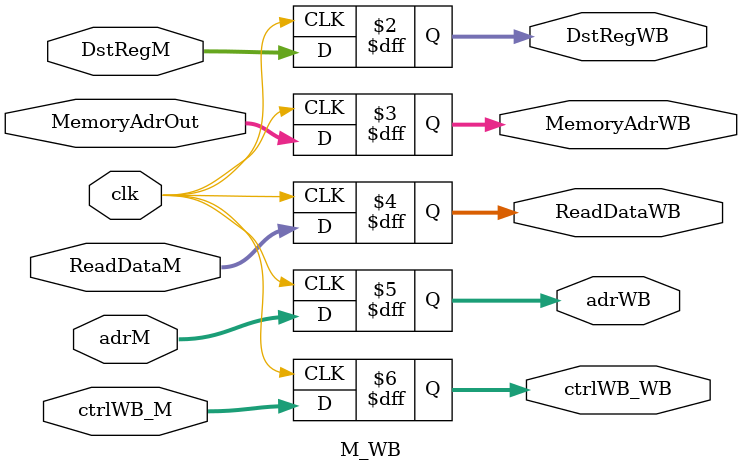
<source format=v>
module IF_ID(clk,IF_ID_write,IF_Flush,adrIF,In_inst,adrID,Out_inst);
	input clk , IF_ID_write,IF_Flush;
	input [31:0] adrIF , In_inst;
	output reg [31:0] adrID , Out_inst;

	always @ (posedge clk) begin
		if(IF_ID_write) begin
			adrID<=adrIF;
			Out_inst<=In_inst;
		end
	end

	always @ (IF_Flush) begin
		if(IF_Flush)
			Out_inst <= 32'b1;
	end

endmodule

module ID_EX(clk,adrID,ctrlWB_ID,ctrlM_ID,ctrlEX_ID,ReadData1,ReadData2,Offset,Rt,Rd,Rs,FuncIn,adrEX,ctrlWB_EX,ctrlM_EX,ctrlEX_EX,ReadData1_out,ReadData2_out,Offset_out,RdEX,RtEX,RsEX,FuncOut);
	input clk;
	input [2:0] ctrlWB_ID,ctrlM_ID;
	input [31:0] ReadData1,ReadData2,Offset,adrID;
	input [5:0] FuncIn,ctrlEX_ID;
	input [4:0] Rt,Rd,Rs;
	output reg [31:0] adrEX,ReadData1_out,ReadData2_out,Offset_out;
	output reg [4:0] RdEX,RtEX,RsEX;
	output reg [2:0] ctrlWB_EX,ctrlM_EX;
	output reg [5:0] FuncOut,ctrlEX_EX;
	
	always @ (posedge clk) begin
		adrEX <= adrID;
		ctrlWB_EX <= ctrlWB_ID;
		ctrlM_EX <= ctrlM_ID;
		ctrlEX_EX <= ctrlEX_ID;
		ReadData1_out <= ReadData1;
		ReadData2_out <= ReadData2;
		Offset_out <= Offset;
		RtEX <= Rt;
		RdEX <= Rd;
		RsEX <= Rs;
		FuncOut <= FuncIn;
	end
endmodule

module EX_M(clk,adrEX,ctrlWB_EX,ctrlM_EX,ALUResult,ALUB,DstRegEX,adrM,ctrlWB_M,ctrlM_M,MemoryAdr,WriteDataMem,DstRegM);
	input  clk;
	input [2:0] ctrlWB_EX,ctrlM_EX;
	input [31:0] ALUResult,ALUB,adrEX;
	input [4:0] DstRegEX;
	output reg [4:0] DstRegM;
	output reg [31:0] MemoryAdr,WriteDataMem,adrM;
	output reg [2:0] ctrlWB_M,ctrlM_M;
	always @ (posedge clk) begin
		adrM <= adrEX;
		ctrlWB_M <= ctrlWB_EX;
		ctrlM_M <= ctrlM_EX;
		DstRegM <= DstRegEX;
		MemoryAdr <= ALUResult;
		WriteDataMem <= ALUB;
	end
endmodule

module M_WB(clk,adrM,ctrlWB_M,MemoryAdrOut,ReadDataM,DstRegM,adrWB,ctrlWB_WB,MemoryAdrWB,ReadDataWB,DstRegWB);
	input  clk;
	input [2:0] ctrlWB_M;
	input [31:0] MemoryAdrOut,ReadDataM,adrM;
	input [4:0] DstRegM;
	output reg [4:0] DstRegWB;
	output reg [31:0] MemoryAdrWB,ReadDataWB,adrWB;
	output reg [2:0] ctrlWB_WB;
	always @ (posedge clk) begin
		adrWB <= adrM;
		ctrlWB_WB <= ctrlWB_M;
		DstRegWB <= DstRegM;
		MemoryAdrWB <= MemoryAdrOut;
		ReadDataWB <= ReadDataM;
	end
endmodule
</source>
